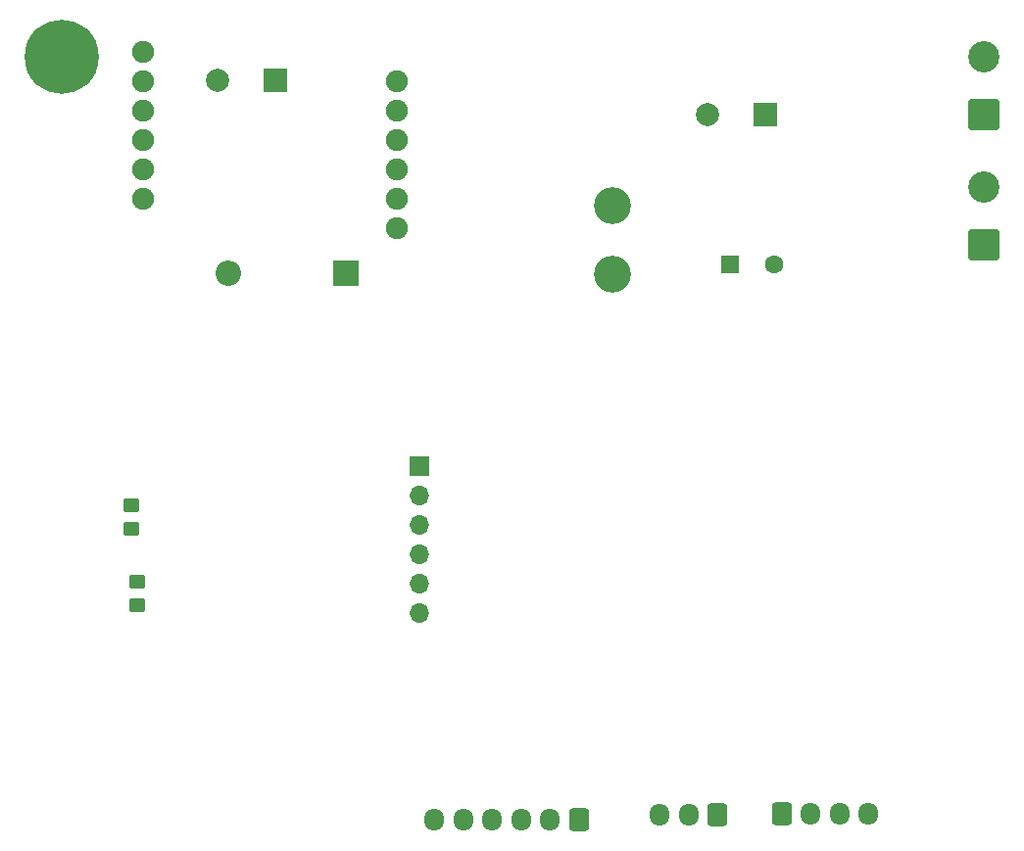
<source format=gbr>
%TF.GenerationSoftware,KiCad,Pcbnew,7.0.2*%
%TF.CreationDate,2024-10-18T19:43:08+03:00*%
%TF.ProjectId,POWER  WATER CIRCUIT,504f5745-5220-4205-9741-544552204349,rev?*%
%TF.SameCoordinates,Original*%
%TF.FileFunction,Soldermask,Bot*%
%TF.FilePolarity,Negative*%
%FSLAX46Y46*%
G04 Gerber Fmt 4.6, Leading zero omitted, Abs format (unit mm)*
G04 Created by KiCad (PCBNEW 7.0.2) date 2024-10-18 19:43:08*
%MOMM*%
%LPD*%
G01*
G04 APERTURE LIST*
G04 Aperture macros list*
%AMRoundRect*
0 Rectangle with rounded corners*
0 $1 Rounding radius*
0 $2 $3 $4 $5 $6 $7 $8 $9 X,Y pos of 4 corners*
0 Add a 4 corners polygon primitive as box body*
4,1,4,$2,$3,$4,$5,$6,$7,$8,$9,$2,$3,0*
0 Add four circle primitives for the rounded corners*
1,1,$1+$1,$2,$3*
1,1,$1+$1,$4,$5*
1,1,$1+$1,$6,$7*
1,1,$1+$1,$8,$9*
0 Add four rect primitives between the rounded corners*
20,1,$1+$1,$2,$3,$4,$5,0*
20,1,$1+$1,$4,$5,$6,$7,0*
20,1,$1+$1,$6,$7,$8,$9,0*
20,1,$1+$1,$8,$9,$2,$3,0*%
G04 Aperture macros list end*
%ADD10R,2.000000X2.000000*%
%ADD11C,2.000000*%
%ADD12R,1.700000X1.700000*%
%ADD13O,1.700000X1.700000*%
%ADD14C,3.200000*%
%ADD15R,1.600000X1.600000*%
%ADD16C,1.600000*%
%ADD17C,0.800000*%
%ADD18C,6.400000*%
%ADD19RoundRect,0.250000X0.600000X0.725000X-0.600000X0.725000X-0.600000X-0.725000X0.600000X-0.725000X0*%
%ADD20O,1.700000X1.950000*%
%ADD21RoundRect,0.250001X1.099999X-1.099999X1.099999X1.099999X-1.099999X1.099999X-1.099999X-1.099999X0*%
%ADD22C,2.700000*%
%ADD23RoundRect,0.250000X-0.600000X-0.725000X0.600000X-0.725000X0.600000X0.725000X-0.600000X0.725000X0*%
%ADD24R,2.200000X2.200000*%
%ADD25O,2.200000X2.200000*%
%ADD26C,1.900000*%
%ADD27RoundRect,0.250000X-0.450000X0.350000X-0.450000X-0.350000X0.450000X-0.350000X0.450000X0.350000X0*%
G04 APERTURE END LIST*
D10*
%TO.C,C1*%
X125400000Y-64300000D03*
D11*
X120400000Y-64300000D03*
%TD*%
D12*
%TO.C,PROG1*%
X95500000Y-94620000D03*
D13*
X95500000Y-97160000D03*
X95500000Y-99700000D03*
X95500000Y-102240000D03*
X95500000Y-104780000D03*
X95500000Y-107320000D03*
%TD*%
D14*
%TO.C,L1*%
X112200000Y-72100000D03*
X112200000Y-78100000D03*
%TD*%
D15*
%TO.C,C4*%
X122350000Y-77250000D03*
D16*
X126150000Y-77250000D03*
%TD*%
D17*
%TO.C,H1*%
X62200000Y-59300000D03*
X62902944Y-57602944D03*
X62902944Y-60997056D03*
X64600000Y-56900000D03*
D18*
X64600000Y-59300000D03*
D17*
X64600000Y-61700000D03*
X66297056Y-57602944D03*
X66297056Y-60997056D03*
X67000000Y-59300000D03*
%TD*%
D10*
%TO.C,C6*%
X83067677Y-61300000D03*
D11*
X78067677Y-61300000D03*
%TD*%
D19*
%TO.C,TDS1*%
X121280000Y-124800000D03*
D20*
X118780000Y-124800000D03*
X116280000Y-124800000D03*
%TD*%
D21*
%TO.C,S0LAR1*%
X144300000Y-75500000D03*
D22*
X144300000Y-70500000D03*
%TD*%
D23*
%TO.C,ULTRASONIC1*%
X126826000Y-124714000D03*
D20*
X129326000Y-124714000D03*
X131826000Y-124714000D03*
X134326000Y-124714000D03*
%TD*%
D24*
%TO.C,D11*%
X89154000Y-77978000D03*
D25*
X78994000Y-77978000D03*
%TD*%
D26*
%TO.C,U5*%
X93550000Y-74050000D03*
X93550000Y-71510000D03*
X93550000Y-68970000D03*
X93550000Y-66430000D03*
X93550000Y-63890000D03*
X93550000Y-61350000D03*
X71680000Y-58810000D03*
X71680000Y-61350000D03*
X71680000Y-63890000D03*
X71680000Y-66430000D03*
X71680000Y-68970000D03*
X71680000Y-71510000D03*
%TD*%
D19*
%TO.C,PH1*%
X109310000Y-125200000D03*
D20*
X106810000Y-125200000D03*
X104310000Y-125200000D03*
X101810000Y-125200000D03*
X99310000Y-125200000D03*
X96810000Y-125200000D03*
%TD*%
D21*
%TO.C,18VMAINS1*%
X144305000Y-64295000D03*
D22*
X144305000Y-59295000D03*
%TD*%
D27*
%TO.C,R24*%
X70612000Y-98060000D03*
X70612000Y-100060000D03*
%TD*%
%TO.C,R25*%
X71120000Y-104664000D03*
X71120000Y-106664000D03*
%TD*%
M02*

</source>
